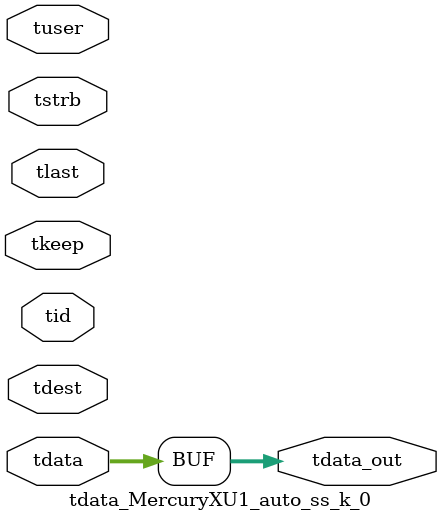
<source format=v>


`timescale 1ps/1ps

module tdata_MercuryXU1_auto_ss_k_0 #
(
parameter C_S_AXIS_TDATA_WIDTH = 32,
parameter C_S_AXIS_TUSER_WIDTH = 0,
parameter C_S_AXIS_TID_WIDTH   = 0,
parameter C_S_AXIS_TDEST_WIDTH = 0,
parameter C_M_AXIS_TDATA_WIDTH = 32
)
(
input  [(C_S_AXIS_TDATA_WIDTH == 0 ? 1 : C_S_AXIS_TDATA_WIDTH)-1:0     ] tdata,
input  [(C_S_AXIS_TUSER_WIDTH == 0 ? 1 : C_S_AXIS_TUSER_WIDTH)-1:0     ] tuser,
input  [(C_S_AXIS_TID_WIDTH   == 0 ? 1 : C_S_AXIS_TID_WIDTH)-1:0       ] tid,
input  [(C_S_AXIS_TDEST_WIDTH == 0 ? 1 : C_S_AXIS_TDEST_WIDTH)-1:0     ] tdest,
input  [(C_S_AXIS_TDATA_WIDTH/8)-1:0 ] tkeep,
input  [(C_S_AXIS_TDATA_WIDTH/8)-1:0 ] tstrb,
input                                                                    tlast,
output [C_M_AXIS_TDATA_WIDTH-1:0] tdata_out
);

assign tdata_out = {tdata[31:0]};

endmodule


</source>
